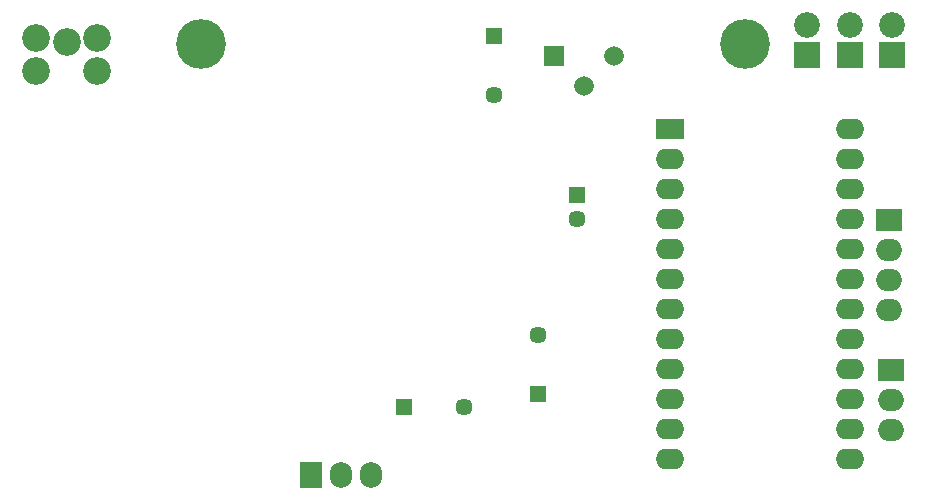
<source format=gbs>
G04 #@! TF.FileFunction,Soldermask,Bot*
%FSLAX46Y46*%
G04 Gerber Fmt 4.6, Leading zero omitted, Abs format (unit mm)*
G04 Created by KiCad (PCBNEW 4.0.1-stable) date Söndag 13 Mars 2016 12:17:34*
%MOMM*%
G01*
G04 APERTURE LIST*
%ADD10C,0.100000*%
%ADD11C,4.216400*%
%ADD12R,1.452400X1.452400*%
%ADD13C,1.452400*%
%ADD14R,2.184400X2.184400*%
%ADD15O,2.184400X2.184400*%
%ADD16C,2.352400*%
%ADD17R,1.879600X2.184400*%
%ADD18O,1.879600X2.184400*%
%ADD19C,1.662400*%
%ADD20R,1.662400X1.662400*%
%ADD21R,2.438400X1.727200*%
%ADD22O,2.438400X1.727200*%
%ADD23R,2.184400X1.879600*%
%ADD24O,2.184400X1.879600*%
G04 APERTURE END LIST*
D10*
D11*
X108900000Y-97600000D03*
D12*
X126100000Y-128300000D03*
D13*
X131100000Y-128300000D03*
D12*
X140700000Y-110400000D03*
D13*
X140700000Y-112400000D03*
D12*
X137400000Y-127200000D03*
D13*
X137400000Y-122200000D03*
D14*
X160200000Y-98500000D03*
D15*
X160200000Y-95960000D03*
D14*
X163800000Y-98500000D03*
D15*
X163800000Y-95960000D03*
D14*
X167400000Y-98500000D03*
D15*
X167400000Y-95960000D03*
D16*
X97500000Y-97400000D03*
X94900000Y-99900000D03*
X100100000Y-99900000D03*
X100100000Y-97100000D03*
X94900000Y-97100000D03*
D17*
X118200000Y-134100000D03*
D18*
X120740000Y-134100000D03*
X123280000Y-134100000D03*
D19*
X143880000Y-98600000D03*
D20*
X138800000Y-98600000D03*
D19*
X141340000Y-101140000D03*
D21*
X148590000Y-104830000D03*
D22*
X148590000Y-107370000D03*
X148590000Y-109910000D03*
X148590000Y-112450000D03*
X148590000Y-114990000D03*
X148590000Y-117530000D03*
X148590000Y-120070000D03*
X148590000Y-122610000D03*
X148590000Y-125150000D03*
X148590000Y-127690000D03*
X148590000Y-130230000D03*
X148590000Y-132770000D03*
X163830000Y-132770000D03*
X163830000Y-130230000D03*
X163830000Y-127690000D03*
X163830000Y-125150000D03*
X163830000Y-122610000D03*
X163830000Y-120070000D03*
X163830000Y-117530000D03*
X163830000Y-114990000D03*
X163830000Y-112450000D03*
X163830000Y-109910000D03*
X163830000Y-107370000D03*
X163830000Y-104830000D03*
D12*
X133700000Y-96900000D03*
D13*
X133700000Y-101900000D03*
D23*
X167300000Y-125200000D03*
D24*
X167300000Y-127740000D03*
X167300000Y-130280000D03*
D23*
X167100000Y-112500000D03*
D24*
X167100000Y-115040000D03*
X167100000Y-117580000D03*
X167100000Y-120120000D03*
D11*
X154900000Y-97600000D03*
M02*

</source>
